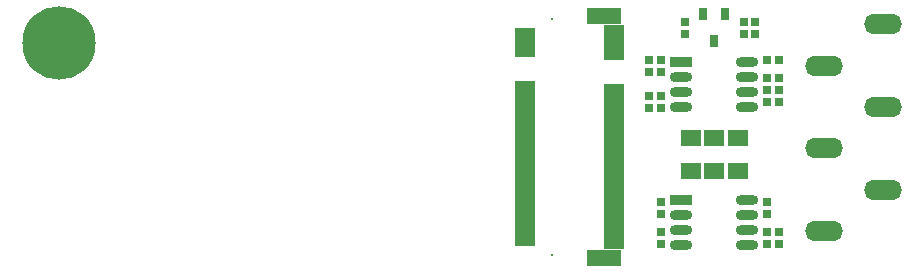
<source format=gts>
G04*
G04 #@! TF.GenerationSoftware,Altium Limited,Altium Designer,18.1.7 (191)*
G04*
G04 Layer_Color=8388736*
%FSLAX44Y44*%
%MOMM*%
G71*
G01*
G75*
%ADD22R,1.7532X0.5032*%
%ADD23R,2.9532X1.4032*%
%ADD24R,1.7032X1.4032*%
%ADD25R,0.8032X0.8032*%
%ADD26O,1.9032X0.8532*%
%ADD27R,1.9032X0.8532*%
%ADD28R,0.8032X0.8032*%
%ADD29R,0.7532X1.0032*%
%ADD30O,3.2192X1.7112*%
%ADD31C,6.2032*%
%ADD32C,0.2032*%
D22*
X1820000Y1317500D02*
D03*
Y1432500D02*
D03*
Y1427500D02*
D03*
Y1422500D02*
D03*
Y1417500D02*
D03*
Y1412500D02*
D03*
Y1407500D02*
D03*
Y1377500D02*
D03*
Y1372500D02*
D03*
Y1367500D02*
D03*
Y1362500D02*
D03*
Y1357500D02*
D03*
Y1352500D02*
D03*
Y1347500D02*
D03*
Y1342500D02*
D03*
Y1337500D02*
D03*
Y1332500D02*
D03*
Y1327500D02*
D03*
X1745000Y1280000D02*
D03*
Y1425000D02*
D03*
Y1430000D02*
D03*
Y1415000D02*
D03*
Y1410000D02*
D03*
X1744998Y1385000D02*
D03*
Y1365000D02*
D03*
X1744999Y1375000D02*
D03*
X1744998Y1370000D02*
D03*
X1745000Y1345000D02*
D03*
X1744999Y1355000D02*
D03*
X1744998Y1350000D02*
D03*
X1745000Y1325000D02*
D03*
Y1335000D02*
D03*
Y1330000D02*
D03*
Y1305000D02*
D03*
Y1315000D02*
D03*
Y1310000D02*
D03*
X1744998Y1360000D02*
D03*
Y1380000D02*
D03*
X1745000Y1420000D02*
D03*
Y1320000D02*
D03*
Y1340000D02*
D03*
X1820000Y1312500D02*
D03*
Y1382500D02*
D03*
Y1322500D02*
D03*
X1745000Y1295000D02*
D03*
Y1290000D02*
D03*
Y1285000D02*
D03*
Y1300000D02*
D03*
X1820000Y1307500D02*
D03*
Y1302500D02*
D03*
Y1297500D02*
D03*
Y1292500D02*
D03*
Y1287500D02*
D03*
Y1282500D02*
D03*
Y1277500D02*
D03*
Y1272500D02*
D03*
Y1267500D02*
D03*
Y1262500D02*
D03*
Y1257500D02*
D03*
X1745000Y1275000D02*
D03*
Y1270000D02*
D03*
Y1265000D02*
D03*
Y1260000D02*
D03*
Y1255000D02*
D03*
X1820000Y1252500D02*
D03*
Y1247500D02*
D03*
X1745000Y1250000D02*
D03*
D23*
X1811500Y1442500D02*
D03*
Y1237500D02*
D03*
D24*
X1925000Y1311046D02*
D03*
Y1338954D02*
D03*
X1905000Y1311046D02*
D03*
Y1338954D02*
D03*
X1885000Y1311046D02*
D03*
Y1338954D02*
D03*
D25*
X1960000Y1249920D02*
D03*
Y1260080D02*
D03*
X1860000D02*
D03*
Y1249920D02*
D03*
Y1285080D02*
D03*
Y1274920D02*
D03*
X1950000Y1249920D02*
D03*
Y1260080D02*
D03*
Y1285080D02*
D03*
Y1274920D02*
D03*
X1940000Y1427420D02*
D03*
Y1437580D02*
D03*
X1950000Y1379920D02*
D03*
Y1390080D02*
D03*
X1960000Y1390080D02*
D03*
Y1379920D02*
D03*
X1850000Y1394920D02*
D03*
Y1405080D02*
D03*
Y1375080D02*
D03*
Y1364920D02*
D03*
X1860000Y1405080D02*
D03*
Y1394920D02*
D03*
X1860000Y1375080D02*
D03*
Y1364920D02*
D03*
X1930000Y1437580D02*
D03*
Y1427420D02*
D03*
X1880000D02*
D03*
Y1437580D02*
D03*
D26*
X1933000Y1248400D02*
D03*
Y1261100D02*
D03*
Y1273800D02*
D03*
Y1286500D02*
D03*
X1877000Y1248400D02*
D03*
Y1261100D02*
D03*
Y1273800D02*
D03*
X1933000Y1365900D02*
D03*
Y1378600D02*
D03*
Y1391300D02*
D03*
Y1404000D02*
D03*
X1877000Y1365900D02*
D03*
Y1378600D02*
D03*
Y1391300D02*
D03*
D27*
Y1286500D02*
D03*
Y1404000D02*
D03*
D28*
X1949920Y1405000D02*
D03*
X1960080D02*
D03*
X1949920Y1370000D02*
D03*
X1960080D02*
D03*
D29*
X1914500Y1444000D02*
D03*
X1895500D02*
D03*
X1905000Y1421000D02*
D03*
D30*
X1998000Y1260500D02*
D03*
X2048000Y1295500D02*
D03*
X1998000Y1330500D02*
D03*
X2048000Y1365500D02*
D03*
X1998000Y1400500D02*
D03*
X2048000Y1435500D02*
D03*
D31*
X1350000Y1420000D02*
D03*
D32*
X1767500Y1440000D02*
D03*
Y1240000D02*
D03*
M02*

</source>
